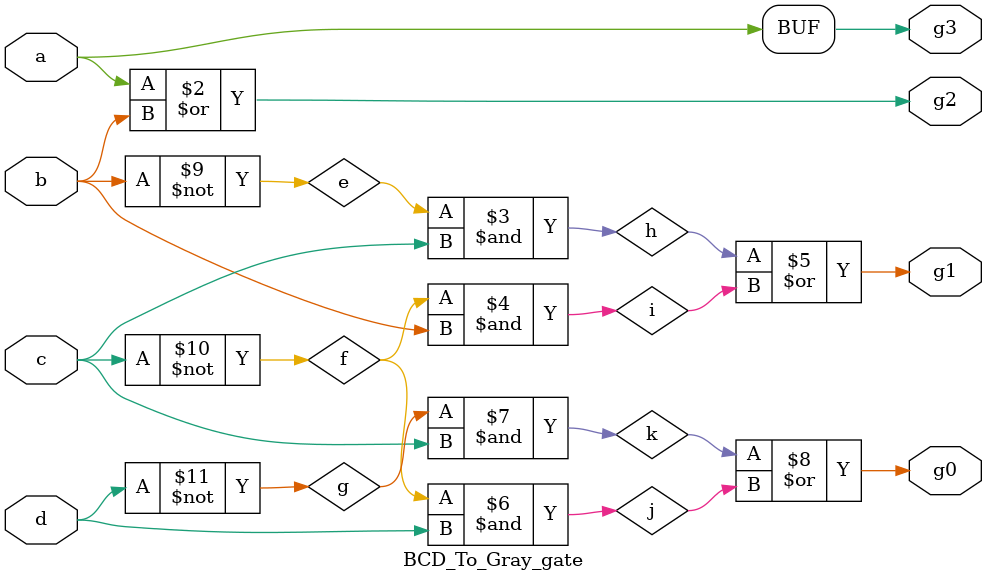
<source format=v>
module BCD_To_Gray_gate (a, b, c, d, g3, g2, g1, g0);
	input a,b,c,d;
	output g0,g1,g2,g3;
	wire e, f, g, h, i, j, k;
	
	or o1 (g3, a, a);
	or o2 (g2, a, b);
	not n1 (e, b);
	not n2 (f, c);
	not n3 (g, d);
	and a1 (h, e, c);
	and a2 (i, f, b);
	or o3 (g1, h, i);
	and a3 (j , f, d);
	and a4 (k , g, c);
	or o4 (g0, k, j);
endmodule
</source>
